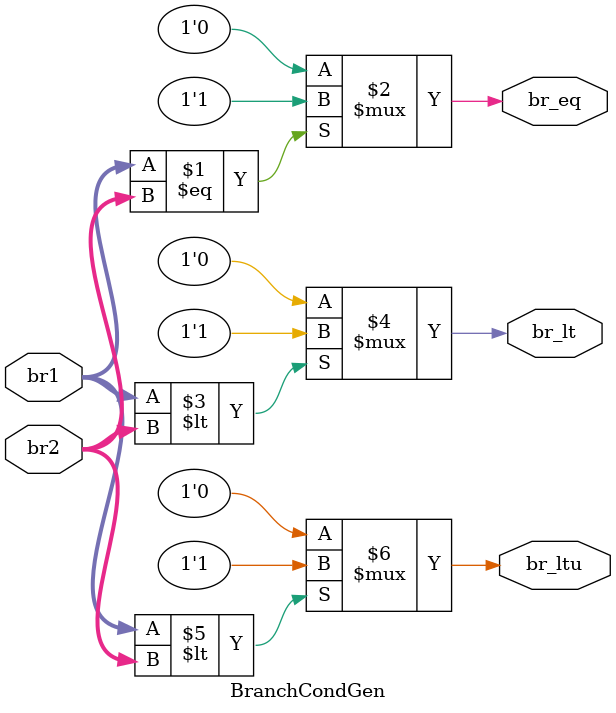
<source format=sv>
`timescale 1ns / 1ps

module BranchCondGen(
    input [31:0] br1,
    input [31:0] br2,
    output logic br_eq,
    output logic br_lt,
    output logic br_ltu
    );
        //checking for equality
    assign br_eq = (br1 == br2) ? 1'b1 : 1'b0;
        //checking if rs1 is less than rs2 when evaluated as signed values
    assign br_lt = ($signed(br1) < $signed(br2)) ? 1'b1 : 1'b0;
        //checking if rs1 is less than rs2 when evaluated as unsigned values
    assign br_ltu = (br1 < br2) ? 1'b1 : 1'b0; 
endmodule

</source>
